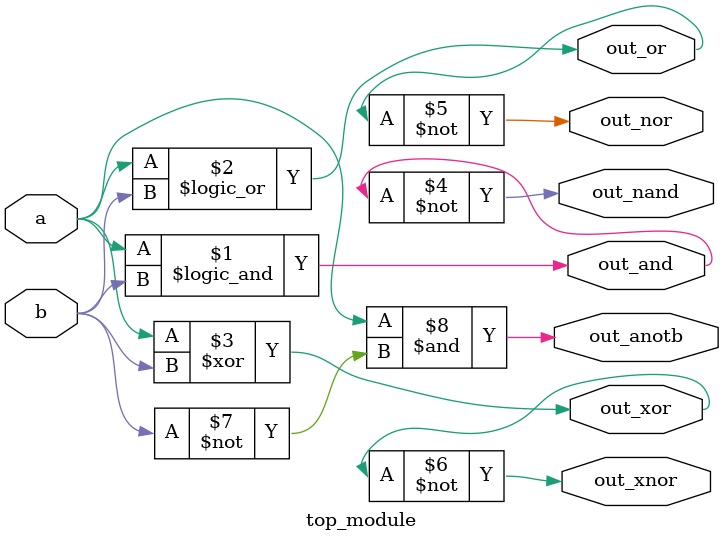
<source format=v>
module top_module( 
    input a, b,
    output out_and,
    output out_or,
    output out_xor,
    output out_nand,
    output out_nor,
    output out_xnor,
    output out_anotb
);
    assign out_and = a && b;
    assign out_or = a || b;
    assign out_xor = a^b;
    assign out_nand = ~(out_and);
    assign out_nor = ~(out_or);
    assign out_xnor = ~(out_xor);
    assign out_anotb = (a &(~b));

endmodule

</source>
